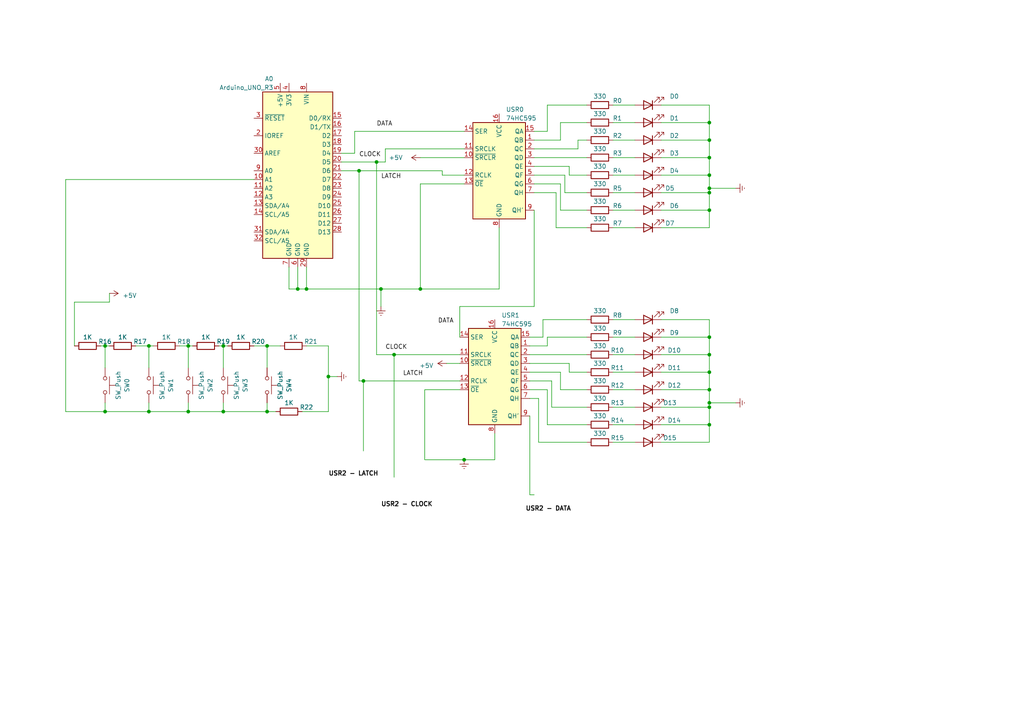
<source format=kicad_sch>
(kicad_sch (version 20230121) (generator eeschema)
  (paper "A4")
  (lib_symbols
    (symbol "74xx:74HC595"
      (property "Reference" "U" (at -7.62 13.97 0))
      (property "Value" "74HC595" (at -7.62 -16.51 0))
      (symbol "74HC595_1_0"
        (pin tri_state line (at 10.16 7.62 180) (length 2.54) (name "QB") (number "1"))
        (pin input line (at -10.16 2.54 0) (length 2.54) (name "~{SRCLR}") (number "10"))
        (pin input line (at -10.16 5.08 0) (length 2.54) (name "SRCLK") (number "11"))
        (pin input line (at -10.16 -2.54 0) (length 2.54) (name "RCLK") (number "12"))
        (pin input line (at -10.16 -5.08 0) (length 2.54) (name "~{OE}") (number "13"))
        (pin input line (at -10.16 10.16 0) (length 2.54) (name "SER") (number "14"))
        (pin tri_state line (at 10.16 10.16 180) (length 2.54) (name "QA") (number "15"))
        (pin power_in line (at 0 15.24 270) (length 2.54) (name "VCC") (number "16"))
        (pin tri_state line (at 10.16 5.08 180) (length 2.54) (name "QC") (number "2"))
        (pin tri_state line (at 10.16 2.54 180) (length 2.54) (name "QD") (number "3"))
        (pin tri_state line (at 10.16 0 180) (length 2.54) (name "QE") (number "4"))
        (pin tri_state line (at 10.16 -2.54 180) (length 2.54) (name "QF") (number "5"))
        (pin tri_state line (at 10.16 -5.08 180) (length 2.54) (name "QG") (number "6"))
        (pin tri_state line (at 10.16 -7.62 180) (length 2.54) (name "QH") (number "7"))
        (pin power_in line (at 0 -17.78 90) (length 2.54) (name "GND") (number "8"))
        (pin output line (at 10.16 -12.7 180) (length 2.54) (name "QH'") (number "9"))
      )
      (symbol "74HC595_1_1"
        (rectangle (start -7.62 12.7) (end 7.62 -15.24) (stroke (width 0.254)) (fill (type background)))
      )
    )
    (symbol "Device:LED" (pin_numbers hide) (pin_names (offset 1.016) hide)
      (property "Reference" "D" (at 0 2.54 0))
      (property "Value" "LED" (at 0 -2.54 0))
      (symbol "LED_0_1"
        (polyline (pts (xy -1.27 -1.27) (xy -1.27 1.27)) (stroke (width 0.254)))
        (polyline (pts (xy -1.27 0) (xy 1.27 0)))
        (polyline (pts (xy 1.27 -1.27) (xy 1.27 1.27) (xy -1.27 0) (xy 1.27 -1.27)) (stroke (width 0.254)))
        (polyline (pts (xy -3.048 -0.762) (xy -4.572 -2.286) (xy -3.81 -2.286) (xy -4.572 -2.286) (xy -4.572 -1.524)))
        (polyline (pts (xy -1.778 -0.762) (xy -3.302 -2.286) (xy -2.54 -2.286) (xy -3.302 -2.286) (xy -3.302 -1.524)))
      )
      (symbol "LED_1_1"
        (pin passive line (at -3.81 0 0) (length 2.54) (name "K") (number "1"))
        (pin passive line (at 3.81 0 180) (length 2.54) (name "A") (number "2"))
      )
    )
    (symbol "Device:R" (pin_numbers hide) (pin_names (offset 0))
      (property "Reference" "R" (at 2.032 0 90))
      (property "Value" "R" (at 0 0 90))
      (symbol "R_0_1"
        (rectangle (start -1.016 -2.54) (end 1.016 2.54) (stroke (width 0.254)))
      )
      (symbol "R_1_1"
        (pin passive line (at 0 3.81 270) (length 1.27) (name "~") (number "1"))
        (pin passive line (at 0 -3.81 90) (length 1.27) (name "~") (number "2"))
      )
    )
    (symbol "MCU_Module:Arduino_UNO_R3"
      (property "Reference" "A" (at -10.16 23.495 0))
      (property "Value" "Arduino_UNO_R3" (at 5.08 -26.67 0))
      (symbol "Arduino_UNO_R3_0_1"
        (rectangle (start -10.16 22.86) (end 10.16 -25.4) (stroke (width 0.254)) (fill (type background)))
      )
      (symbol "Arduino_UNO_R3_1_1"
        (pin no_connect line (at -10.16 -20.32 0) (length 2.54) hide (name "NC") (number "1"))
        (pin bidirectional line (at 12.7 -2.54 180) (length 2.54) (name "A1") (number "10"))
        (pin bidirectional line (at 12.7 -5.08 180) (length 2.54) (name "A2") (number "11"))
        (pin bidirectional line (at 12.7 -7.62 180) (length 2.54) (name "A3") (number "12"))
        (pin bidirectional line (at 12.7 -10.16 180) (length 2.54) (name "SDA/A4") (number "13"))
        (pin bidirectional line (at 12.7 -12.7 180) (length 2.54) (name "SCL/A5") (number "14"))
        (pin bidirectional line (at -12.7 15.24 0) (length 2.54) (name "D0/RX") (number "15"))
        (pin bidirectional line (at -12.7 12.7 0) (length 2.54) (name "D1/TX") (number "16"))
        (pin bidirectional line (at -12.7 10.16 0) (length 2.54) (name "D2") (number "17"))
        (pin bidirectional line (at -12.7 7.62 0) (length 2.54) (name "D3") (number "18"))
        (pin bidirectional line (at -12.7 5.08 0) (length 2.54) (name "D4") (number "19"))
        (pin output line (at 12.7 10.16 180) (length 2.54) (name "IOREF") (number "2"))
        (pin bidirectional line (at -12.7 2.54 0) (length 2.54) (name "D5") (number "20"))
        (pin bidirectional line (at -12.7 0 0) (length 2.54) (name "D6") (number "21"))
        (pin bidirectional line (at -12.7 -2.54 0) (length 2.54) (name "D7") (number "22"))
        (pin bidirectional line (at -12.7 -5.08 0) (length 2.54) (name "D8") (number "23"))
        (pin bidirectional line (at -12.7 -7.62 0) (length 2.54) (name "D9") (number "24"))
        (pin bidirectional line (at -12.7 -10.16 0) (length 2.54) (name "D10") (number "25"))
        (pin bidirectional line (at -12.7 -12.7 0) (length 2.54) (name "D11") (number "26"))
        (pin bidirectional line (at -12.7 -15.24 0) (length 2.54) (name "D12") (number "27"))
        (pin bidirectional line (at -12.7 -17.78 0) (length 2.54) (name "D13") (number "28"))
        (pin power_in line (at -2.54 -27.94 90) (length 2.54) (name "GND") (number "29"))
        (pin input line (at 12.7 15.24 180) (length 2.54) (name "~{RESET}") (number "3"))
        (pin input line (at 12.7 5.08 180) (length 2.54) (name "AREF") (number "30"))
        (pin bidirectional line (at 12.7 -17.78 180) (length 2.54) (name "SDA/A4") (number "31"))
        (pin bidirectional line (at 12.7 -20.32 180) (length 2.54) (name "SCL/A5") (number "32"))
        (pin power_out line (at 2.54 25.4 270) (length 2.54) (name "3V3") (number "4"))
        (pin power_out line (at 5.08 25.4 270) (length 2.54) (name "+5V") (number "5"))
        (pin power_in line (at 0 -27.94 90) (length 2.54) (name "GND") (number "6"))
        (pin power_in line (at 2.54 -27.94 90) (length 2.54) (name "GND") (number "7"))
        (pin power_in line (at -2.54 25.4 270) (length 2.54) (name "VIN") (number "8"))
        (pin bidirectional line (at 12.7 0 180) (length 2.54) (name "A0") (number "9"))
      )
    )
    (symbol "Switch:SW_Push" (pin_numbers hide) (pin_names (offset 1.016) hide)
      (property "Reference" "SW" (at 1.27 2.54 0))
      (property "Value" "SW_Push" (at 0 -1.524 0))
      (symbol "SW_Push_0_1"
        (circle (center -2.032 0) (radius 0.508))
        (polyline (pts (xy 0 1.27) (xy 0 3.048)))
        (polyline (pts (xy 2.54 1.27) (xy -2.54 1.27)))
        (circle (center 2.032 0) (radius 0.508))
        (pin passive line (at -5.08 0 0) (length 2.54) (name "1") (number "1"))
        (pin passive line (at 5.08 0 180) (length 2.54) (name "2") (number "2"))
      )
    )
    (symbol "power:+5V" (power) (pin_names (offset 0))
      (property "Value" "+5V" (at 0 3.556 0))
      (symbol "+5V_0_1"
        (polyline (pts (xy -0.762 1.27) (xy 0 2.54)))
        (polyline (pts (xy 0 0) (xy 0 2.54)))
        (polyline (pts (xy 0 2.54) (xy 0.762 1.27)))
      )
      (symbol "+5V_1_1"
        (pin power_in line (at 0 0 90) (length 0) hide (name "+5V") (number "1"))
      )
    )
    (symbol "power:Earth" (power) (pin_names (offset 0))
      (symbol "Earth_0_1"
        (polyline (pts (xy -0.635 -1.905) (xy 0.635 -1.905)))
        (polyline (pts (xy -0.127 -2.54) (xy 0.127 -2.54)))
        (polyline (pts (xy 0 -1.27) (xy 0 0)))
        (polyline (pts (xy 1.27 -1.27) (xy -1.27 -1.27)))
      )
      (symbol "Earth_1_1"
        (pin power_in line (at 0 0 270) (length 0) hide (name "Earth") (number "1"))
      )
    )
  )
  (junction (at 205.74 118.11))
  (junction (at 43.18 100.33))
  (junction (at 205.74 123.19))
  (junction (at 205.74 50.8))
  (junction (at 105.41 110.49))
  (junction (at 77.47 119.38))
  (junction (at 121.92 83.82))
  (junction (at 86.36 83.82))
  (junction (at 205.74 107.95))
  (junction (at 64.77 100.33))
  (junction (at 95.25 109.22))
  (junction (at 43.18 119.38))
  (junction (at 205.74 40.64))
  (junction (at 205.74 54.61))
  (junction (at 205.74 35.56))
  (junction (at 114.3 102.87))
  (junction (at 104.14 49.53))
  (junction (at 205.74 97.79))
  (junction (at 205.74 113.03))
  (junction (at 205.74 55.88))
  (junction (at 30.48 119.38))
  (junction (at 205.74 60.96))
  (junction (at 110.49 83.82))
  (junction (at 205.74 116.84))
  (junction (at 109.22 46.99))
  (junction (at 64.77 119.38))
  (junction (at 205.74 45.72))
  (junction (at 88.9 83.82))
  (junction (at 54.61 100.33))
  (junction (at 134.62 133.35))
  (junction (at 54.61 119.38))
  (junction (at 205.74 102.87))
  (junction (at 30.48 100.33))
  (junction (at 77.47 100.33))
  (wire (pts (xy 121.92 83.82) (xy 144.78 83.82)))
  (wire (pts (xy 123.19 133.35) (xy 134.62 133.35)))
  (wire (pts (xy 154.94 50.8) (xy 163.83 50.8)))
  (wire (pts (xy 158.75 97.79) (xy 170.18 97.79)))
  (wire (pts (xy 134.62 38.1) (xy 102.87 38.1)))
  (wire (pts (xy 104.14 49.53) (xy 128.27 49.53)))
  (wire (pts (xy 191.77 113.03) (xy 205.74 113.03)))
  (wire (pts (xy 133.35 102.87) (xy 114.3 102.87)))
  (wire (pts (xy 83.82 83.82) (xy 86.36 83.82)))
  (wire (pts (xy 154.94 48.26) (xy 165.1 48.26)))
  (wire (pts (xy 162.56 53.34) (xy 162.56 60.96)))
  (wire (pts (xy 153.67 143.51) (xy 154.94 143.51)))
  (wire (pts (xy 177.8 123.19) (xy 184.15 123.19)))
  (wire (pts (xy 154.94 53.34) (xy 162.56 53.34)))
  (wire (pts (xy 162.56 60.96) (xy 170.18 60.96)))
  (wire (pts (xy 161.29 66.04) (xy 170.18 66.04)))
  (wire (pts (xy 177.8 45.72) (xy 184.15 45.72)))
  (wire (pts (xy 191.77 55.88) (xy 205.74 55.88)))
  (wire (pts (xy 156.21 128.27) (xy 156.21 115.57)))
  (wire (pts (xy 21.59 87.63) (xy 31.75 87.63)))
  (wire (pts (xy 205.74 97.79) (xy 205.74 102.87)))
  (wire (pts (xy 121.92 53.34) (xy 121.92 83.82)))
  (wire (pts (xy 154.94 38.1) (xy 158.75 38.1)))
  (wire (pts (xy 64.77 100.33) (xy 66.04 100.33)))
  (wire (pts (xy 129.54 105.41) (xy 133.35 105.41)))
  (wire (pts (xy 177.8 50.8) (xy 184.15 50.8)))
  (wire (pts (xy 128.27 50.8) (xy 134.62 50.8)))
  (wire (pts (xy 153.67 100.33) (xy 158.75 100.33)))
  (wire (pts (xy 153.67 115.57) (xy 156.21 115.57)))
  (wire (pts (xy 29.21 100.33) (xy 30.48 100.33)))
  (wire (pts (xy 99.06 49.53) (xy 104.14 49.53)))
  (wire (pts (xy 158.75 100.33) (xy 158.75 97.79)))
  (wire (pts (xy 160.02 110.49) (xy 153.67 110.49)))
  (wire (pts (xy 191.77 45.72) (xy 205.74 45.72)))
  (wire (pts (xy 165.1 105.41) (xy 153.67 105.41)))
  (wire (pts (xy 162.56 113.03) (xy 170.18 113.03)))
  (wire (pts (xy 86.36 77.47) (xy 86.36 83.82)))
  (wire (pts (xy 88.9 77.47) (xy 88.9 83.82)))
  (wire (pts (xy 177.8 35.56) (xy 184.15 35.56)))
  (wire (pts (xy 165.1 107.95) (xy 165.1 105.41)))
  (wire (pts (xy 19.05 119.38) (xy 19.05 52.07)))
  (wire (pts (xy 205.74 30.48) (xy 205.74 35.56)))
  (wire (pts (xy 104.14 110.49) (xy 105.41 110.49)))
  (wire (pts (xy 97.79 109.22) (xy 95.25 109.22)))
  (wire (pts (xy 143.51 133.35) (xy 134.62 133.35)))
  (wire (pts (xy 162.56 35.56) (xy 170.18 35.56)))
  (wire (pts (xy 77.47 100.33) (xy 77.47 106.68)))
  (wire (pts (xy 205.74 123.19) (xy 205.74 128.27)))
  (wire (pts (xy 143.51 125.73) (xy 143.51 133.35)))
  (wire (pts (xy 83.82 77.47) (xy 83.82 83.82)))
  (wire (pts (xy 105.41 110.49) (xy 133.35 110.49)))
  (wire (pts (xy 154.94 40.64) (xy 162.56 40.64)))
  (wire (pts (xy 19.05 52.07) (xy 73.66 52.07)))
  (wire (pts (xy 170.18 118.11) (xy 160.02 118.11)))
  (wire (pts (xy 205.74 35.56) (xy 205.74 40.64)))
  (wire (pts (xy 158.75 30.48) (xy 170.18 30.48)))
  (wire (pts (xy 110.49 83.82) (xy 121.92 83.82)))
  (wire (pts (xy 95.25 100.33) (xy 95.25 109.22)))
  (wire (pts (xy 191.77 102.87) (xy 205.74 102.87)))
  (wire (pts (xy 170.18 107.95) (xy 165.1 107.95)))
  (wire (pts (xy 177.8 55.88) (xy 184.15 55.88)))
  (wire (pts (xy 153.67 102.87) (xy 170.18 102.87)))
  (wire (pts (xy 63.5 100.33) (xy 64.77 100.33)))
  (wire (pts (xy 111.76 43.18) (xy 134.62 43.18)))
  (wire (pts (xy 95.25 119.38) (xy 95.25 109.22)))
  (wire (pts (xy 133.35 113.03) (xy 123.19 113.03)))
  (wire (pts (xy 109.22 102.87) (xy 109.22 46.99)))
  (wire (pts (xy 165.1 48.26) (xy 165.1 50.8)))
  (wire (pts (xy 205.74 54.61) (xy 213.36 54.61)))
  (wire (pts (xy 104.14 110.49) (xy 104.14 49.53)))
  (wire (pts (xy 162.56 107.95) (xy 162.56 113.03)))
  (wire (pts (xy 30.48 119.38) (xy 43.18 119.38)))
  (wire (pts (xy 30.48 100.33) (xy 30.48 106.68)))
  (wire (pts (xy 191.77 97.79) (xy 205.74 97.79)))
  (wire (pts (xy 191.77 123.19) (xy 205.74 123.19)))
  (wire (pts (xy 99.06 46.99) (xy 109.22 46.99)))
  (wire (pts (xy 205.74 116.84) (xy 213.36 116.84)))
  (wire (pts (xy 43.18 116.84) (xy 43.18 119.38)))
  (wire (pts (xy 167.64 40.64) (xy 167.64 43.18)))
  (wire (pts (xy 19.05 119.38) (xy 30.48 119.38)))
  (wire (pts (xy 177.8 113.03) (xy 184.15 113.03)))
  (wire (pts (xy 88.9 100.33) (xy 95.25 100.33)))
  (wire (pts (xy 109.22 46.99) (xy 111.76 46.99)))
  (wire (pts (xy 177.8 128.27) (xy 184.15 128.27)))
  (wire (pts (xy 30.48 100.33) (xy 31.75 100.33)))
  (wire (pts (xy 177.8 107.95) (xy 184.15 107.95)))
  (wire (pts (xy 154.94 43.18) (xy 167.64 43.18)))
  (wire (pts (xy 191.77 50.8) (xy 205.74 50.8)))
  (wire (pts (xy 52.07 100.33) (xy 54.61 100.33)))
  (wire (pts (xy 177.8 97.79) (xy 184.15 97.79)))
  (wire (pts (xy 64.77 116.84) (xy 64.77 119.38)))
  (wire (pts (xy 205.74 45.72) (xy 205.74 50.8)))
  (wire (pts (xy 191.77 66.04) (xy 205.74 66.04)))
  (wire (pts (xy 54.61 100.33) (xy 54.61 106.68)))
  (wire (pts (xy 77.47 100.33) (xy 81.28 100.33)))
  (wire (pts (xy 205.74 50.8) (xy 205.74 54.61)))
  (wire (pts (xy 64.77 119.38) (xy 77.47 119.38)))
  (wire (pts (xy 133.35 88.9) (xy 133.35 97.79)))
  (wire (pts (xy 43.18 106.68) (xy 43.18 100.33)))
  (wire (pts (xy 177.8 92.71) (xy 184.15 92.71)))
  (wire (pts (xy 191.77 60.96) (xy 205.74 60.96)))
  (wire (pts (xy 153.67 113.03) (xy 158.75 113.03)))
  (wire (pts (xy 39.37 100.33) (xy 43.18 100.33)))
  (wire (pts (xy 191.77 35.56) (xy 205.74 35.56)))
  (wire (pts (xy 177.8 30.48) (xy 184.15 30.48)))
  (wire (pts (xy 154.94 55.88) (xy 161.29 55.88)))
  (wire (pts (xy 158.75 38.1) (xy 158.75 30.48)))
  (wire (pts (xy 205.74 107.95) (xy 205.74 113.03)))
  (wire (pts (xy 73.66 100.33) (xy 77.47 100.33)))
  (wire (pts (xy 205.74 54.61) (xy 205.74 55.88)))
  (wire (pts (xy 163.83 50.8) (xy 163.83 55.88)))
  (wire (pts (xy 110.49 83.82) (xy 110.49 88.9)))
  (wire (pts (xy 177.8 102.87) (xy 184.15 102.87)))
  (wire (pts (xy 205.74 92.71) (xy 205.74 97.79)))
  (wire (pts (xy 158.75 113.03) (xy 158.75 123.19)))
  (wire (pts (xy 177.8 60.96) (xy 184.15 60.96)))
  (wire (pts (xy 30.48 116.84) (xy 30.48 119.38)))
  (wire (pts (xy 43.18 119.38) (xy 54.61 119.38)))
  (wire (pts (xy 205.74 116.84) (xy 205.74 118.11)))
  (wire (pts (xy 154.94 45.72) (xy 170.18 45.72)))
  (wire (pts (xy 31.75 87.63) (xy 31.75 85.09)))
  (wire (pts (xy 191.77 30.48) (xy 205.74 30.48)))
  (wire (pts (xy 128.27 49.53) (xy 128.27 50.8)))
  (wire (pts (xy 154.94 88.9) (xy 133.35 88.9)))
  (wire (pts (xy 144.78 66.04) (xy 144.78 83.82)))
  (wire (pts (xy 77.47 119.38) (xy 80.01 119.38)))
  (wire (pts (xy 77.47 116.84) (xy 77.47 119.38)))
  (wire (pts (xy 54.61 116.84) (xy 54.61 119.38)))
  (wire (pts (xy 177.8 118.11) (xy 184.15 118.11)))
  (wire (pts (xy 191.77 40.64) (xy 205.74 40.64)))
  (wire (pts (xy 158.75 123.19) (xy 170.18 123.19)))
  (wire (pts (xy 123.19 113.03) (xy 123.19 133.35)))
  (wire (pts (xy 88.9 83.82) (xy 110.49 83.82)))
  (wire (pts (xy 114.3 102.87) (xy 114.3 138.43)))
  (wire (pts (xy 163.83 55.88) (xy 170.18 55.88)))
  (wire (pts (xy 21.59 100.33) (xy 21.59 87.63)))
  (wire (pts (xy 43.18 100.33) (xy 44.45 100.33)))
  (wire (pts (xy 86.36 83.82) (xy 88.9 83.82)))
  (wire (pts (xy 205.74 40.64) (xy 205.74 45.72)))
  (wire (pts (xy 54.61 119.38) (xy 64.77 119.38)))
  (wire (pts (xy 167.64 40.64) (xy 170.18 40.64)))
  (wire (pts (xy 157.48 97.79) (xy 157.48 92.71)))
  (wire (pts (xy 165.1 50.8) (xy 170.18 50.8)))
  (wire (pts (xy 177.8 66.04) (xy 184.15 66.04)))
  (wire (pts (xy 205.74 60.96) (xy 205.74 66.04)))
  (wire (pts (xy 102.87 38.1) (xy 102.87 44.45)))
  (wire (pts (xy 64.77 100.33) (xy 64.77 106.68)))
  (wire (pts (xy 177.8 40.64) (xy 184.15 40.64)))
  (wire (pts (xy 157.48 92.71) (xy 170.18 92.71)))
  (wire (pts (xy 161.29 55.88) (xy 161.29 66.04)))
  (wire (pts (xy 153.67 97.79) (xy 157.48 97.79)))
  (wire (pts (xy 205.74 113.03) (xy 205.74 116.84)))
  (wire (pts (xy 153.67 120.65) (xy 153.67 143.51)))
  (wire (pts (xy 154.94 60.96) (xy 154.94 88.9)))
  (wire (pts (xy 160.02 118.11) (xy 160.02 110.49)))
  (wire (pts (xy 102.87 44.45) (xy 99.06 44.45)))
  (wire (pts (xy 191.77 92.71) (xy 205.74 92.71)))
  (wire (pts (xy 162.56 40.64) (xy 162.56 35.56)))
  (wire (pts (xy 134.62 53.34) (xy 121.92 53.34)))
  (wire (pts (xy 111.76 46.99) (xy 111.76 43.18)))
  (wire (pts (xy 121.92 45.72) (xy 134.62 45.72)))
  (wire (pts (xy 153.67 107.95) (xy 162.56 107.95)))
  (wire (pts (xy 205.74 118.11) (xy 205.74 123.19)))
  (wire (pts (xy 170.18 128.27) (xy 156.21 128.27)))
  (wire (pts (xy 87.63 119.38) (xy 95.25 119.38)))
  (wire (pts (xy 191.77 118.11) (xy 205.74 118.11)))
  (wire (pts (xy 191.77 107.95) (xy 205.74 107.95)))
  (wire (pts (xy 205.74 102.87) (xy 205.74 107.95)))
  (wire (pts (xy 105.41 110.49) (xy 105.41 130.81)))
  (wire (pts (xy 54.61 100.33) (xy 55.88 100.33)))
  (wire (pts (xy 205.74 55.88) (xy 205.74 60.96)))
  (wire (pts (xy 191.77 128.27) (xy 205.74 128.27)))
  (wire (pts (xy 114.3 102.87) (xy 109.22 102.87)))
  (label "LATCH" (at 110.49 52.07 0))
  (label "USR2 - DATA" (at 152.4 148.59 0) (effects (font (thickness 0.254) bold)))
  (label "DATA" (at 109.22 36.83 0))
  (label "USR2 - LATCH" (at 95.25 138.43 0) (effects (font (thickness 0.254) bold)))
  (label "DATA" (at 127 93.98 0))
  (label "USR2 - CLOCK" (at 110.49 147.32 0) (effects (font (thickness 0.254) bold)))
  (label "LATCH" (at 116.84 109.22 0))
  (label "CLOCK" (at 111.76 101.6 0))
  (label "CLOCK" (at 104.14 45.72 0))
  (symbol (lib_id "Device:R") (at 173.99 97.79 90) (unit 1)
    (property "Reference" "R9" (at 179.07 96.52 90))
    (property "Value" "330" (at 173.99 95.25 90))
  )
  (symbol (lib_id "Device:LED") (at 187.96 40.64 180) (unit 1)
    (property "Reference" "D2" (at 195.58 39.37 0))
    (property "Value" "LED" (effects hide))
  )
  (symbol (lib_id "74xx:74HC595") (at 143.51 107.95 0) (unit 1)
    (property "Reference" "USR1" (at 145.4659 91.44 0) (effects (justify left)))
    (property "Value" "74HC595" (at 145.4659 93.98 0) (effects (justify left)))
    (property "Datasheet" "http://www.ti.com/lit/ds/symlink/sn74hc595.pdf" (effects hide))
  )
  (symbol (lib_id "Device:LED") (at 187.96 123.19 180) (unit 1)
    (property "Reference" "D14" (at 195.58 121.92 0))
    (property "Value" "LED" (effects hide))
  )
  (symbol (lib_id "Device:R") (at 173.99 66.04 90) (unit 1)
    (property "Reference" "R7" (at 179.07 64.77 90))
    (property "Value" "330" (at 173.99 63.5 90))
  )
  (symbol (lib_id "power:Earth") (at 97.79 109.22 90) (unit 1)
    (property "Reference" "#PWR05" (effects hide))
    (property "Value" "Earth" (effects hide))
  )
  (symbol (lib_id "Device:R") (at 173.99 123.19 90) (unit 1)
    (property "Reference" "R14" (at 179.07 121.92 90))
    (property "Value" "330" (at 173.99 120.65 90))
  )
  (symbol (lib_id "Device:LED") (at 187.96 97.79 180) (unit 1)
    (property "Reference" "D9" (at 195.58 96.52 0))
    (property "Value" "LED" (effects hide))
  )
  (symbol (lib_id "Device:LED") (at 187.96 118.11 180) (unit 1)
    (property "Reference" "D13" (at 194.31 116.84 0))
    (property "Value" "LED" (effects hide))
  )
  (symbol (lib_id "Device:R") (at 173.99 50.8 90) (unit 1)
    (property "Reference" "R4" (at 179.07 49.53 90))
    (property "Value" "330" (at 173.99 48.26 90))
  )
  (symbol (lib_id "Device:R") (at 173.99 60.96 90) (unit 1)
    (property "Reference" "R6" (at 179.07 59.69 90))
    (property "Value" "330" (at 173.99 58.42 90))
  )
  (symbol (lib_id "Device:R") (at 173.99 113.03 90) (unit 1)
    (property "Reference" "R12" (at 179.07 111.76 90))
    (property "Value" "330" (at 173.99 110.49 90))
  )
  (symbol (lib_id "Device:LED") (at 187.96 50.8 180) (unit 1)
    (property "Reference" "D4" (at 195.58 49.53 0))
    (property "Value" "LED" (effects hide))
  )
  (symbol (lib_id "Device:R") (at 173.99 107.95 90) (unit 1)
    (property "Reference" "R11" (at 179.07 106.68 90))
    (property "Value" "330" (at 173.99 105.41 90))
  )
  (symbol (lib_id "74xx:74HC595") (at 144.78 48.26 0) (unit 1)
    (property "Reference" "USR0" (at 146.7359 31.75 0) (effects (justify left)))
    (property "Value" "74HC595" (at 146.7359 34.29 0) (effects (justify left)))
    (property "Datasheet" "http://www.ti.com/lit/ds/symlink/sn74hc595.pdf" (effects hide))
  )
  (symbol (lib_id "Device:R") (at 173.99 128.27 90) (unit 1)
    (property "Reference" "R15" (at 179.07 127 90))
    (property "Value" "330" (at 173.99 125.73 90))
  )
  (symbol (lib_id "Device:R") (at 173.99 40.64 90) (unit 1)
    (property "Reference" "R2" (at 179.07 39.37 90))
    (property "Value" "330" (at 173.99 38.1 90))
  )
  (symbol (lib_id "Device:LED") (at 187.96 60.96 180) (unit 1)
    (property "Reference" "D6" (at 195.58 59.69 0))
    (property "Value" "LED" (effects hide))
  )
  (symbol (lib_id "power:Earth") (at 213.36 54.61 90) (unit 1)
    (property "Reference" "#PWR02" (effects hide))
    (property "Value" "Earth" (effects hide))
  )
  (symbol (lib_id "Device:LED") (at 187.96 35.56 180) (unit 1)
    (property "Reference" "D1" (at 195.58 34.29 0))
    (property "Value" "LED" (effects hide))
  )
  (symbol (lib_id "Switch:SW_Push") (at 54.61 111.76 270) (unit 1)
    (property "Reference" "SW2" (at 60.96 111.76 0))
    (property "Value" "SW_Push" (at 58.42 111.76 0))
  )
  (symbol (lib_id "Switch:SW_Push") (at 64.77 111.76 270) (unit 1)
    (property "Reference" "SW3" (at 71.12 111.76 0))
    (property "Value" "SW_Push" (at 68.58 111.76 0))
  )
  (symbol (lib_id "Device:LED") (at 187.96 92.71 180) (unit 1)
    (property "Reference" "D8" (at 195.58 90.17 0))
    (property "Value" "LED" (effects hide))
  )
  (symbol (lib_id "Device:R") (at 35.56 100.33 90) (unit 1)
    (property "Reference" "R17" (at 40.64 99.06 90))
    (property "Value" "1K" (at 35.56 97.79 90))
  )
  (symbol (lib_id "power:+5V") (at 31.75 85.09 270) (mirror x) (unit 1)
    (property "Reference" "#PWR06" (effects hide))
    (property "Value" "+5V" (at 35.56 85.725 90) (effects (justify left)))
  )
  (symbol (lib_id "Device:R") (at 173.99 45.72 90) (unit 1)
    (property "Reference" "R3" (at 179.07 44.45 90))
    (property "Value" "330" (at 173.99 43.18 90))
  )
  (symbol (lib_id "Device:LED") (at 187.96 30.48 180) (unit 1)
    (property "Reference" "D0" (at 195.58 27.94 0))
    (property "Value" "LED" (effects hide))
  )
  (symbol (lib_id "Device:LED") (at 187.96 66.04 180) (unit 1)
    (property "Reference" "D7" (at 194.31 64.77 0))
    (property "Value" "LED" (effects hide))
  )
  (symbol (lib_id "Device:R") (at 173.99 30.48 90) (unit 1)
    (property "Reference" "R0" (at 179.07 29.21 90))
    (property "Value" "330" (at 173.99 27.94 90))
  )
  (symbol (lib_id "Device:R") (at 173.99 118.11 90) (unit 1)
    (property "Reference" "R13" (at 179.07 116.84 90))
    (property "Value" "330" (at 173.99 115.57 90))
  )
  (symbol (lib_id "power:Earth") (at 213.36 116.84 90) (unit 1)
    (property "Reference" "#PWR04" (effects hide))
    (property "Value" "Earth" (effects hide))
  )
  (symbol (lib_id "Device:LED") (at 187.96 107.95 180) (unit 1)
    (property "Reference" "D11" (at 195.58 106.68 0))
    (property "Value" "LED" (effects hide))
  )
  (symbol (lib_id "Device:R") (at 173.99 35.56 90) (unit 1)
    (property "Reference" "R1" (at 179.07 34.29 90))
    (property "Value" "330" (at 173.99 33.02 90))
  )
  (symbol (lib_id "Device:R") (at 85.09 100.33 90) (unit 1)
    (property "Reference" "R21" (at 90.17 99.06 90))
    (property "Value" "1K" (at 85.09 97.79 90))
  )
  (symbol (lib_id "Device:R") (at 25.4 100.33 90) (unit 1)
    (property "Reference" "R16" (at 30.48 99.06 90))
    (property "Value" "1K" (at 25.4 97.79 90))
  )
  (symbol (lib_id "Switch:SW_Push") (at 30.48 111.76 270) (unit 1)
    (property "Reference" "SW0" (at 36.83 111.76 0))
    (property "Value" "SW_Push" (at 34.29 111.76 0))
  )
  (symbol (lib_id "Switch:SW_Push") (at 43.18 111.76 270) (unit 1)
    (property "Reference" "SW1" (at 49.53 111.76 0))
    (property "Value" "SW_Push" (at 46.99 111.76 0))
  )
  (symbol (lib_id "power:+5V") (at 121.92 45.72 90) (unit 1)
    (property "Reference" "#PWR03" (effects hide))
    (property "Value" "+5V" (at 116.84 45.72 90) (effects (justify left)))
  )
  (symbol (lib_id "Device:R") (at 59.69 100.33 90) (unit 1)
    (property "Reference" "R19" (at 64.77 99.06 90))
    (property "Value" "1K" (at 59.69 97.79 90))
  )
  (symbol (lib_id "power:Earth") (at 110.49 88.9 0) (unit 1)
    (property "Reference" "#PWR01" (effects hide))
    (property "Value" "Earth" (effects hide))
  )
  (symbol (lib_id "power:+5V") (at 129.54 105.41 90) (unit 1)
    (property "Reference" "#PWR07" (effects hide))
    (property "Value" "+5V" (at 125.73 106.045 90) (effects (justify left)))
  )
  (symbol (lib_id "Device:R") (at 69.85 100.33 90) (unit 1)
    (property "Reference" "R20" (at 74.93 99.06 90))
    (property "Value" "1K" (at 69.85 97.79 90))
  )
  (symbol (lib_id "power:Earth") (at 134.62 133.35 0) (unit 1)
    (property "Reference" "#PWR08" (effects hide))
    (property "Value" "Earth" (effects hide))
  )
  (symbol (lib_id "Device:R") (at 48.26 100.33 90) (unit 1)
    (property "Reference" "R18" (at 53.34 99.06 90))
    (property "Value" "1K" (at 48.26 97.79 90))
  )
  (symbol (lib_id "Device:LED") (at 187.96 102.87 180) (unit 1)
    (property "Reference" "D10" (at 195.58 101.6 0))
    (property "Value" "LED" (effects hide))
  )
  (symbol (lib_id "Device:R") (at 173.99 102.87 90) (unit 1)
    (property "Reference" "R10" (at 179.07 101.6 90))
    (property "Value" "330" (at 173.99 100.33 90))
  )
  (symbol (lib_id "Device:R") (at 83.82 119.38 90) (unit 1)
    (property "Reference" "R22" (at 88.9 118.11 90))
    (property "Value" "1K" (at 83.82 116.84 90))
  )
  (symbol (lib_id "Switch:SW_Push") (at 77.47 111.76 270) (unit 1)
    (property "Reference" "SW4" (at 83.82 111.76 0))
    (property "Value" "SW_Push" (at 81.28 111.76 0))
  )
  (symbol (lib_id "Device:LED") (at 187.96 128.27 180) (unit 1)
    (property "Reference" "D15" (at 194.31 127 0))
    (property "Value" "LED" (effects hide))
  )
  (symbol (lib_id "Device:LED") (at 187.96 113.03 180) (unit 1)
    (property "Reference" "D12" (at 195.58 111.76 0))
    (property "Value" "LED" (effects hide))
  )
  (symbol (lib_id "MCU_Module:Arduino_UNO_R3") (at 86.36 49.53 0) (mirror y) (unit 1)
    (property "Reference" "A0" (at 79.3241 22.86 0) (effects (justify left)))
    (property "Value" "Arduino_UNO_R3" (at 79.3241 25.4 0) (effects (justify left)))
    (property "Footprint" "Module:Arduino_UNO_R3" (effects hide))
    (property "Datasheet" "https://www.arduino.cc/en/Main/arduinoBoardUno" (effects hide))
  )
  (symbol (lib_id "Device:R") (at 173.99 92.71 90) (unit 1)
    (property "Reference" "R8" (at 179.07 91.44 90))
    (property "Value" "330" (at 173.99 90.17 90))
  )
  (symbol (lib_id "Device:LED") (at 187.96 55.88 180) (unit 1)
    (property "Reference" "D5" (at 194.31 54.61 0))
    (property "Value" "LED" (effects hide))
  )
  (symbol (lib_id "Device:R") (at 173.99 55.88 90) (unit 1)
    (property "Reference" "R5" (at 179.07 54.61 90))
    (property "Value" "330" (at 173.99 53.34 90))
  )
  (symbol (lib_id "Device:LED") (at 187.96 45.72 180) (unit 1)
    (property "Reference" "D3" (at 195.58 44.45 0))
    (property "Value" "LED" (effects hide))
  )
)
</source>
